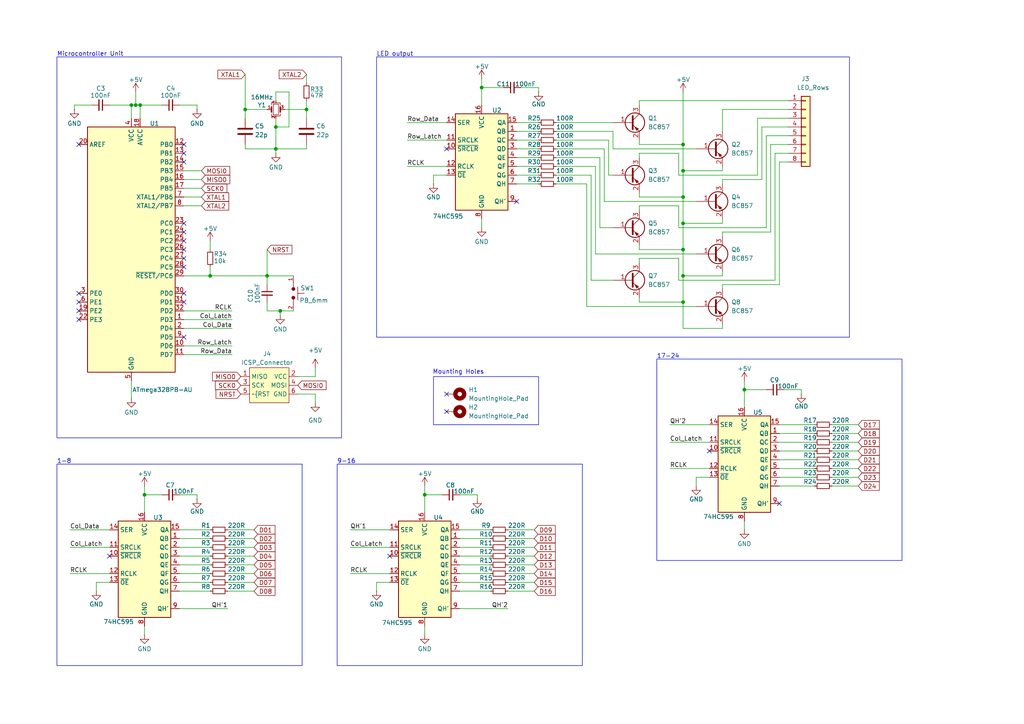
<source format=kicad_sch>
(kicad_sch (version 20231120) (generator "eeschema") (generator_version "8.0")
  (paper "A4")
  (title_block (title "LED Array with Atmega328PB") (date "2024-04-16") (rev "2.1") (company "Pyae Sone Heine") (comment 1 "Upgrade from THT to SMD"))
  (lib_symbols
    (symbol "+5V_1" (power) (pin_numbers hide) (pin_names (offset 0) hide)
      (property "Value" "+5V" (at 0 3.556 0))
      (symbol "+5V_1_1_1"
        (pin power_in line (at 0 0 90) (length 0) (name "~") (number "1"))
      )
    )
    (symbol "74xx:74HC595"
      (property "Reference" "U" (at -7.62 13.97 0))
      (property "Value" "74HC595" (at -7.62 -16.51 0))
      (symbol "74HC595_1_0"
        (pin tri_state line (at 10.16 7.62 180) (length 2.54) (name "QB") (number "1"))
        (pin input line (at -10.16 2.54 0) (length 2.54) (name "~{SRCLR}") (number "10"))
        (pin input line (at -10.16 5.08 0) (length 2.54) (name "SRCLK") (number "11"))
        (pin input line (at -10.16 -2.54 0) (length 2.54) (name "RCLK") (number "12"))
        (pin input line (at -10.16 -5.08 0) (length 2.54) (name "~{OE}") (number "13"))
        (pin input line (at -10.16 10.16 0) (length 2.54) (name "SER") (number "14"))
        (pin tri_state line (at 10.16 10.16 180) (length 2.54) (name "QA") (number "15"))
        (pin power_in line (at 0 15.24 270) (length 2.54) (name "VCC") (number "16"))
        (pin tri_state line (at 10.16 5.08 180) (length 2.54) (name "QC") (number "2"))
        (pin tri_state line (at 10.16 2.54 180) (length 2.54) (name "QD") (number "3"))
        (pin tri_state line (at 10.16 0 180) (length 2.54) (name "QE") (number "4"))
        (pin tri_state line (at 10.16 -2.54 180) (length 2.54) (name "QF") (number "5"))
        (pin tri_state line (at 10.16 -5.08 180) (length 2.54) (name "QG") (number "6"))
        (pin tri_state line (at 10.16 -7.62 180) (length 2.54) (name "QH") (number "7"))
        (pin power_in line (at 0 -17.78 90) (length 2.54) (name "GND") (number "8"))
        (pin output line (at 10.16 -12.7 180) (length 2.54) (name "QH'") (number "9"))
      )
    )
    (symbol "Connector_Generic:Conn_01x08" (pin_names (offset 1.016) hide)
      (property "Reference" "J" (at 0 10.16 0))
      (property "Value" "Conn_01x08" (at 0 -12.7 0))
      (symbol "Conn_01x08_1_1"
        (pin passive line (at -5.08 7.62 0) (length 3.81) (name "Pin_1") (number "1"))
        (pin passive line (at -5.08 5.08 0) (length 3.81) (name "Pin_2") (number "2"))
        (pin passive line (at -5.08 2.54 0) (length 3.81) (name "Pin_3") (number "3"))
        (pin passive line (at -5.08 0 0) (length 3.81) (name "Pin_4") (number "4"))
        (pin passive line (at -5.08 -2.54 0) (length 3.81) (name "Pin_5") (number "5"))
        (pin passive line (at -5.08 -5.08 0) (length 3.81) (name "Pin_6") (number "6"))
        (pin passive line (at -5.08 -7.62 0) (length 3.81) (name "Pin_7") (number "7"))
        (pin passive line (at -5.08 -10.16 0) (length 3.81) (name "Pin_8") (number "8"))
      )
    )
    (symbol "Device:C" (pin_numbers hide) (pin_names (offset 0.254))
      (property "Reference" "C" (at 0.635 2.54 0))
      (property "Value" "C" (at 0.635 -2.54 0))
      (symbol "C_1_1"
        (pin passive line (at 0 3.81 270) (length 2.794) (name "~") (number "1"))
        (pin passive line (at 0 -3.81 90) (length 2.794) (name "~") (number "2"))
      )
    )
    (symbol "Device:C_Small" (pin_numbers hide) (pin_names (offset 0.254) hide)
      (property "Reference" "C" (at 0.254 1.778 0))
      (property "Value" "C_Small" (at 0.254 -2.032 0))
      (symbol "C_Small_1_1"
        (pin passive line (at 0 2.54 270) (length 2.032) (name "~") (number "1"))
        (pin passive line (at 0 -2.54 90) (length 2.032) (name "~") (number "2"))
      )
    )
    (symbol "Device:Crystal_GND24_Small" (pin_names (offset 1.016) hide)
      (property "Reference" "Y" (at 1.27 4.445 0))
      (property "Value" "Crystal_GND24_Small" (at 1.27 2.54 0))
      (symbol "Crystal_GND24_Small_1_1"
        (pin passive line (at -2.54 0 0) (length 1.27) (name "1") (number "1"))
        (pin passive line (at 0 -2.54 90) (length 0.635) (name "2") (number "2"))
        (pin passive line (at 2.54 0 180) (length 1.27) (name "3") (number "3"))
        (pin passive line (at 0 2.54 270) (length 0.635) (name "4") (number "4"))
      )
    )
    (symbol "Device:R_Small" (pin_numbers hide) (pin_names (offset 0.254) hide)
      (property "Reference" "R" (at 0.762 0.508 0))
      (property "Value" "R_Small" (at 0.762 -1.016 0))
      (symbol "R_Small_1_1"
        (pin passive line (at 0 2.54 270) (length 0.762) (name "~") (number "1"))
        (pin passive line (at 0 -2.54 90) (length 0.762) (name "~") (number "2"))
      )
    )
    (symbol "MCU_Microchip_ATmega:ATmega328PB-A"
      (property "Reference" "U" (at -12.7 36.83 0))
      (property "Value" "ATmega328PB-A" (at 2.54 -36.83 0))
      (symbol "ATmega328PB-A_1_1"
        (pin bidirectional line (at 15.24 -20.32 180) (length 2.54) (name "PD3") (number "1"))
        (pin bidirectional line (at 15.24 -27.94 180) (length 2.54) (name "PD6") (number "10"))
        (pin bidirectional line (at 15.24 -30.48 180) (length 2.54) (name "PD7") (number "11"))
        (pin bidirectional line (at 15.24 30.48 180) (length 2.54) (name "PB0") (number "12"))
        (pin bidirectional line (at 15.24 27.94 180) (length 2.54) (name "PB1") (number "13"))
        (pin bidirectional line (at 15.24 25.4 180) (length 2.54) (name "PB2") (number "14"))
        (pin bidirectional line (at 15.24 22.86 180) (length 2.54) (name "PB3") (number "15"))
        (pin bidirectional line (at 15.24 20.32 180) (length 2.54) (name "PB4") (number "16"))
        (pin bidirectional line (at 15.24 17.78 180) (length 2.54) (name "PB5") (number "17"))
        (pin power_in line (at 2.54 38.1 270) (length 2.54) (name "AVCC") (number "18"))
        (pin bidirectional line (at -15.24 -17.78 0) (length 2.54) (name "PE2") (number "19"))
        (pin bidirectional line (at 15.24 -22.86 180) (length 2.54) (name "PD4") (number "2"))
        (pin passive line (at -15.24 30.48 0) (length 2.54) (name "AREF") (number "20"))
        (pin passive line (at 0 -38.1 90) (length 2.54) hide (name "GND") (number "21"))
        (pin bidirectional line (at -15.24 -20.32 0) (length 2.54) (name "PE3") (number "22"))
        (pin bidirectional line (at 15.24 7.62 180) (length 2.54) (name "PC0") (number "23"))
        (pin bidirectional line (at 15.24 5.08 180) (length 2.54) (name "PC1") (number "24"))
        (pin bidirectional line (at 15.24 2.54 180) (length 2.54) (name "PC2") (number "25"))
        (pin bidirectional line (at 15.24 0 180) (length 2.54) (name "PC3") (number "26"))
        (pin bidirectional line (at 15.24 -2.54 180) (length 2.54) (name "PC4") (number "27"))
        (pin bidirectional line (at 15.24 -5.08 180) (length 2.54) (name "PC5") (number "28"))
        (pin bidirectional line (at 15.24 -7.62 180) (length 2.54) (name "~{RESET}/PC6") (number "29"))
        (pin bidirectional line (at -15.24 -12.7 0) (length 2.54) (name "PE0") (number "3"))
        (pin bidirectional line (at 15.24 -12.7 180) (length 2.54) (name "PD0") (number "30"))
        (pin bidirectional line (at 15.24 -15.24 180) (length 2.54) (name "PD1") (number "31"))
        (pin bidirectional line (at 15.24 -17.78 180) (length 2.54) (name "PD2") (number "32"))
        (pin power_in line (at 0 38.1 270) (length 2.54) (name "VCC") (number "4"))
        (pin power_in line (at 0 -38.1 90) (length 2.54) (name "GND") (number "5"))
        (pin bidirectional line (at -15.24 -15.24 0) (length 2.54) (name "PE1") (number "6"))
        (pin bidirectional line (at 15.24 15.24 180) (length 2.54) (name "XTAL1/PB6") (number "7"))
        (pin bidirectional line (at 15.24 12.7 180) (length 2.54) (name "XTAL2/PB7") (number "8"))
        (pin bidirectional line (at 15.24 -25.4 180) (length 2.54) (name "PD5") (number "9"))
      )
    )
    (symbol "Mechanical:MountingHole_Pad" (pin_numbers hide) (pin_names (offset 1.016) hide)
      (property "Reference" "H" (at 0 6.35 0))
      (property "Value" "MountingHole_Pad" (at 0 4.445 0))
      (symbol "MountingHole_Pad_1_1"
        (pin input line (at 0 -2.54 90) (length 2.54) (name "1") (number "1"))
      )
    )
    (symbol "PCM_SL_Connectors:ICSP_Connector"
      (property "Reference" "J" (at 0 8.89 0))
      (property "Value" "ICSP_Connector" (at 0 6.35 0))
      (symbol "ICSP_Connector_1_1"
        (pin bidirectional line (at -7.62 2.54 0) (length 2.54) (name "MISO") (number "1"))
        (pin power_in line (at 8.89 2.54 180) (length 2.54) (name "VCC") (number "2"))
        (pin input line (at -7.62 0 0) (length 2.54) (name "SCK") (number "3"))
        (pin bidirectional line (at 8.89 0 180) (length 2.54) (name "MOSI") (number "4"))
        (pin input line (at -7.62 -2.54 0) (length 2.54) (name "~{RST") (number "5"))
        (pin power_in line (at 8.89 -2.54 180) (length 2.54) (name "GND") (number "6"))
      )
    )
    (symbol "PCM_SL_Devices:Push_Button"
      (property "Reference" "SW" (at 0 6.35 0))
      (property "Value" "Push_Button" (at 0 4.445 0))
      (symbol "Push_Button_1_1"
        (pin passive line (at -5.08 0 0) (length 2) (name "") (number "1"))
        (pin passive line (at 5.08 0 180) (length 2) (name "") (number "2"))
      )
    )
    (symbol "Transistor_BJT:BC857" (pin_names (offset 0) hide)
      (property "Reference" "Q" (at 5.08 1.905 0))
      (property "Value" "BC857" (at 5.08 0 0))
      (symbol "BC857_1_1"
        (pin input line (at -5.08 0 0) (length 5.715) (name "B") (number "1"))
        (pin passive line (at 2.54 -5.08 90) (length 2.54) (name "E") (number "2"))
        (pin passive line (at 2.54 5.08 270) (length 2.54) (name "C") (number "3"))
      )
    )
    (symbol "power:+5V" (power) (pin_numbers hide) (pin_names (offset 0) hide)
      (property "Value" "+5V" (at 0 3.556 0))
      (symbol "+5V_1_1"
        (pin power_in line (at 0 0 90) (length 0) (name "~") (number "1"))
      )
    )
    (symbol "power:GND" (power) (pin_numbers hide) (pin_names (offset 0) hide)
      (property "Value" "GND" (at 0 -3.81 0))
      (symbol "GND_1_1"
        (pin power_in line (at 0 0 270) (length 0) (name "~") (number "1"))
      )
    )
  )
  (junction (at 40.64 30.48))
  (junction (at 81.28 90.17))
  (junction (at 77.47 80.01))
  (junction (at 123.19 143.51))
  (junction (at 41.91 143.51))
  (junction (at 39.37 30.48))
  (junction (at 198.12 80.01))
  (junction (at 215.9 113.03))
  (junction (at 198.12 41.91))
  (junction (at 139.7 25.4))
  (junction (at 80.01 36.83))
  (junction (at 80.01 43.18))
  (junction (at 88.9 31.75))
  (junction (at 38.1 30.48))
  (junction (at 71.12 31.75))
  (junction (at 198.12 49.53))
  (junction (at 198.12 64.77))
  (junction (at 198.12 57.15))
  (junction (at 198.12 87.63))
  (junction (at 60.96 80.01))
  (junction (at 198.12 72.39))
  (no_connect (at 53.34 41.91))
  (no_connect (at 53.34 46.99))
  (no_connect (at 149.86 58.42))
  (no_connect (at 22.86 92.71))
  (no_connect (at 22.86 41.91))
  (no_connect (at 53.34 64.77))
  (no_connect (at 53.34 74.93))
  (no_connect (at 129.54 114.3))
  (no_connect (at 53.34 67.31))
  (no_connect (at 129.54 43.18))
  (no_connect (at 53.34 77.47))
  (no_connect (at 22.86 87.63))
  (no_connect (at 113.03 161.29))
  (no_connect (at 205.74 130.81))
  (no_connect (at 129.54 119.38))
  (no_connect (at 53.34 44.45))
  (no_connect (at 22.86 85.09))
  (no_connect (at 53.34 69.85))
  (no_connect (at 53.34 85.09))
  (no_connect (at 22.86 90.17))
  (no_connect (at 53.34 97.79))
  (no_connect (at 53.34 87.63))
  (no_connect (at 226.06 146.05))
  (no_connect (at 53.34 72.39))
  (no_connect (at 31.75 161.29))
  (wire (pts (xy 147.32 168.91) (xy 154.94 168.91)))
  (wire (pts (xy 52.07 163.83) (xy 60.96 163.83)))
  (wire (pts (xy 77.47 90.17) (xy 81.28 90.17)))
  (wire (pts (xy 185.42 55.88) (xy 185.42 57.15)))
  (wire (pts (xy 149.86 35.56) (xy 156.21 35.56)))
  (wire (pts (xy 149.86 48.26) (xy 156.21 48.26)))
  (wire (pts (xy 185.42 30.48) (xy 185.42 29.21)))
  (wire (pts (xy 88.9 31.75) (xy 88.9 34.29)))
  (wire (pts (xy 185.42 60.96) (xy 185.42 59.69)))
  (wire (pts (xy 129.54 50.8) (xy 125.73 50.8)))
  (wire (pts (xy 219.71 50.8) (xy 219.71 34.29)))
  (wire (pts (xy 215.9 110.49) (xy 215.9 113.03)))
  (wire (pts (xy 133.35 176.53) (xy 147.32 176.53)))
  (wire (pts (xy 156.21 25.4) (xy 151.13 25.4)))
  (wire (pts (xy 226.06 123.19) (xy 236.22 123.19)))
  (wire (pts (xy 52.07 158.75) (xy 60.96 158.75)))
  (wire (pts (xy 81.28 90.17) (xy 81.28 91.44)))
  (wire (pts (xy 147.32 163.83) (xy 154.94 163.83)))
  (wire (pts (xy 52.07 166.37) (xy 60.96 166.37)))
  (wire (pts (xy 161.29 48.26) (xy 172.72 48.26)))
  (wire (pts (xy 71.12 41.91) (xy 71.12 43.18)))
  (wire (pts (xy 222.25 66.04) (xy 222.25 39.37)))
  (wire (pts (xy 133.35 166.37) (xy 142.24 166.37)))
  (wire (pts (xy 80.01 34.29) (xy 80.01 36.83)))
  (wire (pts (xy 241.3 123.19) (xy 248.92 123.19)))
  (wire (pts (xy 52.07 30.48) (xy 57.15 30.48)))
  (wire (pts (xy 66.04 163.83) (xy 73.66 163.83)))
  (wire (pts (xy 133.35 153.67) (xy 142.24 153.67)))
  (wire (pts (xy 53.34 52.07) (xy 58.42 52.07)))
  (wire (pts (xy 196.85 59.69) (xy 196.85 66.04)))
  (wire (pts (xy 83.82 36.83) (xy 80.01 36.83)))
  (wire (pts (xy 86.36 114.3) (xy 91.44 114.3)))
  (wire (pts (xy 194.31 128.27) (xy 205.74 128.27)))
  (wire (pts (xy 57.15 143.51) (xy 57.15 144.78)))
  (wire (pts (xy 175.26 58.42) (xy 175.26 43.18)))
  (wire (pts (xy 149.86 40.64) (xy 156.21 40.64)))
  (wire (pts (xy 172.72 73.66) (xy 172.72 48.26)))
  (wire (pts (xy 39.37 30.48) (xy 40.64 30.48)))
  (wire (pts (xy 41.91 143.51) (xy 41.91 148.59)))
  (wire (pts (xy 113.03 168.91) (xy 109.22 168.91)))
  (wire (pts (xy 81.28 90.17) (xy 85.09 90.17)))
  (wire (pts (xy 88.9 21.59) (xy 88.9 24.13)))
  (wire (pts (xy 185.42 44.45) (xy 196.85 44.45)))
  (wire (pts (xy 83.82 26.67) (xy 83.82 36.83)))
  (wire (pts (xy 109.22 168.91) (xy 109.22 171.45)))
  (wire (pts (xy 133.35 158.75) (xy 142.24 158.75)))
  (wire (pts (xy 53.34 92.71) (xy 67.31 92.71)))
  (wire (pts (xy 185.42 57.15) (xy 198.12 57.15)))
  (wire (pts (xy 198.12 64.77) (xy 209.55 64.77)))
  (wire (pts (xy 139.7 63.5) (xy 139.7 66.04)))
  (wire (pts (xy 198.12 80.01) (xy 209.55 80.01)))
  (wire (pts (xy 66.04 166.37) (xy 73.66 166.37)))
  (wire (pts (xy 139.7 22.86) (xy 139.7 25.4)))
  (wire (pts (xy 209.55 67.31) (xy 223.52 67.31)))
  (wire (pts (xy 52.07 161.29) (xy 60.96 161.29)))
  (wire (pts (xy 161.29 53.34) (xy 170.18 53.34)))
  (wire (pts (xy 185.42 87.63) (xy 198.12 87.63)))
  (wire (pts (xy 66.04 161.29) (xy 73.66 161.29)))
  (wire (pts (xy 177.8 38.1) (xy 177.8 43.18)))
  (wire (pts (xy 80.01 43.18) (xy 88.9 43.18)))
  (wire (pts (xy 161.29 38.1) (xy 177.8 38.1)))
  (wire (pts (xy 227.33 113.03) (xy 232.41 113.03)))
  (wire (pts (xy 80.01 26.67) (xy 83.82 26.67)))
  (wire (pts (xy 224.79 44.45) (xy 228.6 44.45)))
  (wire (pts (xy 241.3 128.27) (xy 248.92 128.27)))
  (wire (pts (xy 53.34 80.01) (xy 60.96 80.01)))
  (wire (pts (xy 60.96 69.85) (xy 60.96 72.39)))
  (wire (pts (xy 209.55 78.74) (xy 209.55 80.01)))
  (wire (pts (xy 39.37 26.67) (xy 39.37 30.48)))
  (wire (pts (xy 177.8 43.18) (xy 201.93 43.18)))
  (wire (pts (xy 80.01 36.83) (xy 80.01 43.18)))
  (wire (pts (xy 209.55 53.34) (xy 209.55 52.07)))
  (wire (pts (xy 177.8 50.8) (xy 176.53 50.8)))
  (wire (pts (xy 27.94 168.91) (xy 27.94 171.45)))
  (wire (pts (xy 241.3 135.89) (xy 248.92 135.89)))
  (wire (pts (xy 226.06 82.55) (xy 226.06 46.99)))
  (wire (pts (xy 53.34 49.53) (xy 58.42 49.53)))
  (wire (pts (xy 170.18 88.9) (xy 170.18 53.34)))
  (wire (pts (xy 133.35 161.29) (xy 142.24 161.29)))
  (wire (pts (xy 209.55 31.75) (xy 209.55 38.1)))
  (wire (pts (xy 241.3 125.73) (xy 248.92 125.73)))
  (wire (pts (xy 71.12 31.75) (xy 71.12 34.29)))
  (wire (pts (xy 241.3 133.35) (xy 248.92 133.35)))
  (wire (pts (xy 209.55 83.82) (xy 209.55 82.55)))
  (wire (pts (xy 185.42 29.21) (xy 228.6 29.21)))
  (wire (pts (xy 26.67 30.48) (xy 21.59 30.48)))
  (wire (pts (xy 209.55 82.55) (xy 226.06 82.55)))
  (wire (pts (xy 185.42 71.12) (xy 185.42 72.39)))
  (wire (pts (xy 226.06 133.35) (xy 236.22 133.35)))
  (wire (pts (xy 223.52 41.91) (xy 228.6 41.91)))
  (wire (pts (xy 41.91 181.61) (xy 41.91 184.15)))
  (wire (pts (xy 171.45 50.8) (xy 171.45 81.28)))
  (wire (pts (xy 147.32 161.29) (xy 154.94 161.29)))
  (wire (pts (xy 198.12 80.01) (xy 198.12 87.63)))
  (wire (pts (xy 226.06 128.27) (xy 236.22 128.27)))
  (wire (pts (xy 128.27 143.51) (xy 123.19 143.51)))
  (wire (pts (xy 38.1 110.49) (xy 38.1 115.57)))
  (wire (pts (xy 91.44 106.68) (xy 91.44 109.22)))
  (wire (pts (xy 220.98 36.83) (xy 228.6 36.83)))
  (wire (pts (xy 222.25 113.03) (xy 215.9 113.03)))
  (wire (pts (xy 46.99 143.51) (xy 41.91 143.51)))
  (wire (pts (xy 147.32 153.67) (xy 154.94 153.67)))
  (wire (pts (xy 139.7 25.4) (xy 139.7 30.48)))
  (wire (pts (xy 177.8 66.04) (xy 173.99 66.04)))
  (wire (pts (xy 196.85 66.04) (xy 222.25 66.04)))
  (wire (pts (xy 133.35 156.21) (xy 142.24 156.21)))
  (wire (pts (xy 220.98 52.07) (xy 220.98 36.83)))
  (wire (pts (xy 88.9 41.91) (xy 88.9 43.18)))
  (wire (pts (xy 241.3 130.81) (xy 248.92 130.81)))
  (wire (pts (xy 209.55 93.98) (xy 209.55 95.25)))
  (wire (pts (xy 133.35 168.91) (xy 142.24 168.91)))
  (wire (pts (xy 176.53 50.8) (xy 176.53 40.64)))
  (wire (pts (xy 53.34 102.87) (xy 67.31 102.87)))
  (wire (pts (xy 219.71 34.29) (xy 228.6 34.29)))
  (wire (pts (xy 241.3 138.43) (xy 248.92 138.43)))
  (wire (pts (xy 113.03 153.67) (xy 101.6 153.67)))
  (wire (pts (xy 226.06 138.43) (xy 236.22 138.43)))
  (wire (pts (xy 66.04 168.91) (xy 73.66 168.91)))
  (wire (pts (xy 201.93 73.66) (xy 172.72 73.66)))
  (wire (pts (xy 31.75 168.91) (xy 27.94 168.91)))
  (wire (pts (xy 198.12 64.77) (xy 198.12 72.39)))
  (wire (pts (xy 20.32 153.67) (xy 31.75 153.67)))
  (wire (pts (xy 66.04 153.67) (xy 73.66 153.67)))
  (wire (pts (xy 123.19 140.97) (xy 123.19 143.51)))
  (wire (pts (xy 52.07 176.53) (xy 66.04 176.53)))
  (wire (pts (xy 53.34 100.33) (xy 67.31 100.33)))
  (wire (pts (xy 201.93 138.43) (xy 201.93 140.97)))
  (wire (pts (xy 149.86 53.34) (xy 156.21 53.34)))
  (wire (pts (xy 91.44 109.22) (xy 86.36 109.22)))
  (wire (pts (xy 161.29 40.64) (xy 176.53 40.64)))
  (wire (pts (xy 38.1 34.29) (xy 38.1 30.48)))
  (wire (pts (xy 133.35 163.83) (xy 142.24 163.83)))
  (wire (pts (xy 196.85 81.28) (xy 224.79 81.28)))
  (wire (pts (xy 149.86 50.8) (xy 156.21 50.8)))
  (wire (pts (xy 241.3 140.97) (xy 248.92 140.97)))
  (wire (pts (xy 209.55 48.26) (xy 209.55 49.53)))
  (wire (pts (xy 38.1 30.48) (xy 39.37 30.48)))
  (wire (pts (xy 53.34 95.25) (xy 67.31 95.25)))
  (wire (pts (xy 77.47 72.39) (xy 77.47 80.01)))
  (wire (pts (xy 232.41 113.03) (xy 232.41 114.3)))
  (wire (pts (xy 71.12 31.75) (xy 77.47 31.75)))
  (wire (pts (xy 185.42 86.36) (xy 185.42 87.63)))
  (wire (pts (xy 66.04 171.45) (xy 73.66 171.45)))
  (wire (pts (xy 147.32 171.45) (xy 154.94 171.45)))
  (wire (pts (xy 209.55 31.75) (xy 228.6 31.75)))
  (wire (pts (xy 161.29 35.56) (xy 177.8 35.56)))
  (wire (pts (xy 198.12 49.53) (xy 198.12 57.15)))
  (wire (pts (xy 118.11 48.26) (xy 129.54 48.26)))
  (wire (pts (xy 198.12 26.67) (xy 198.12 41.91)))
  (wire (pts (xy 71.12 31.75) (xy 71.12 21.59)))
  (wire (pts (xy 226.06 125.73) (xy 236.22 125.73)))
  (wire (pts (xy 185.42 72.39) (xy 198.12 72.39)))
  (wire (pts (xy 60.96 80.01) (xy 77.47 80.01)))
  (wire (pts (xy 205.74 123.19) (xy 194.31 123.19)))
  (wire (pts (xy 209.55 68.58) (xy 209.55 67.31)))
  (wire (pts (xy 52.07 168.91) (xy 60.96 168.91)))
  (wire (pts (xy 147.32 156.21) (xy 154.94 156.21)))
  (wire (pts (xy 133.35 143.51) (xy 138.43 143.51)))
  (wire (pts (xy 66.04 156.21) (xy 73.66 156.21)))
  (wire (pts (xy 149.86 43.18) (xy 156.21 43.18)))
  (wire (pts (xy 101.6 166.37) (xy 113.03 166.37)))
  (wire (pts (xy 138.43 143.51) (xy 138.43 144.78)))
  (wire (pts (xy 147.32 158.75) (xy 154.94 158.75)))
  (wire (pts (xy 53.34 90.17) (xy 67.31 90.17)))
  (wire (pts (xy 149.86 38.1) (xy 156.21 38.1)))
  (wire (pts (xy 226.06 46.99) (xy 228.6 46.99)))
  (wire (pts (xy 196.85 44.45) (xy 196.85 50.8)))
  (wire (pts (xy 198.12 72.39) (xy 198.12 80.01)))
  (wire (pts (xy 31.75 30.48) (xy 38.1 30.48)))
  (wire (pts (xy 147.32 166.37) (xy 154.94 166.37)))
  (wire (pts (xy 177.8 81.28) (xy 171.45 81.28)))
  (wire (pts (xy 205.74 138.43) (xy 201.93 138.43)))
  (wire (pts (xy 118.11 35.56) (xy 129.54 35.56)))
  (wire (pts (xy 88.9 29.21) (xy 88.9 31.75)))
  (wire (pts (xy 91.44 114.3) (xy 91.44 116.84)))
  (wire (pts (xy 149.86 45.72) (xy 156.21 45.72)))
  (wire (pts (xy 196.85 74.93) (xy 196.85 81.28)))
  (wire (pts (xy 52.07 156.21) (xy 60.96 156.21)))
  (wire (pts (xy 185.42 41.91) (xy 198.12 41.91)))
  (wire (pts (xy 185.42 74.93) (xy 196.85 74.93)))
  (wire (pts (xy 209.55 49.53) (xy 198.12 49.53)))
  (wire (pts (xy 40.64 30.48) (xy 40.64 34.29)))
  (wire (pts (xy 146.05 25.4) (xy 139.7 25.4)))
  (wire (pts (xy 173.99 45.72) (xy 161.29 45.72)))
  (wire (pts (xy 53.34 59.69) (xy 58.42 59.69)))
  (wire (pts (xy 226.06 135.89) (xy 236.22 135.89)))
  (wire (pts (xy 80.01 43.18) (xy 80.01 44.45)))
  (wire (pts (xy 57.15 30.48) (xy 57.15 31.75)))
  (wire (pts (xy 77.47 87.63) (xy 77.47 90.17)))
  (wire (pts (xy 71.12 43.18) (xy 80.01 43.18)))
  (wire (pts (xy 222.25 39.37) (xy 228.6 39.37)))
  (wire (pts (xy 101.6 158.75) (xy 113.03 158.75)))
  (wire (pts (xy 77.47 80.01) (xy 77.47 82.55)))
  (wire (pts (xy 21.59 30.48) (xy 21.59 31.75)))
  (wire (pts (xy 185.42 45.72) (xy 185.42 44.45)))
  (wire (pts (xy 66.04 158.75) (xy 73.66 158.75)))
  (wire (pts (xy 198.12 57.15) (xy 198.12 64.77)))
  (wire (pts (xy 77.47 80.01) (xy 85.09 80.01)))
  (wire (pts (xy 215.9 113.03) (xy 215.9 118.11)))
  (wire (pts (xy 223.52 67.31) (xy 223.52 41.91)))
  (wire (pts (xy 185.42 40.64) (xy 185.42 41.91)))
  (wire (pts (xy 196.85 50.8) (xy 219.71 50.8)))
  (wire (pts (xy 88.9 31.75) (xy 82.55 31.75)))
  (wire (pts (xy 198.12 87.63) (xy 198.12 95.25)))
  (wire (pts (xy 201.93 88.9) (xy 170.18 88.9)))
  (wire (pts (xy 52.07 171.45) (xy 60.96 171.45)))
  (wire (pts (xy 185.42 76.2) (xy 185.42 74.93)))
  (wire (pts (xy 226.06 130.81) (xy 236.22 130.81)))
  (wire (pts (xy 161.29 50.8) (xy 171.45 50.8)))
  (wire (pts (xy 60.96 80.01) (xy 60.96 77.47)))
  (wire (pts (xy 20.32 158.75) (xy 31.75 158.75)))
  (wire (pts (xy 209.55 52.07) (xy 220.98 52.07)))
  (wire (pts (xy 123.19 143.51) (xy 123.19 148.59)))
  (wire (pts (xy 194.31 135.89) (xy 205.74 135.89)))
  (wire (pts (xy 20.32 166.37) (xy 31.75 166.37)))
  (wire (pts (xy 198.12 41.91) (xy 198.12 49.53)))
  (wire (pts (xy 52.07 143.51) (xy 57.15 143.51)))
  (wire (pts (xy 125.73 50.8) (xy 125.73 53.34)))
  (wire (pts (xy 52.07 153.67) (xy 60.96 153.67)))
  (wire (pts (xy 118.11 40.64) (xy 129.54 40.64)))
  (wire (pts (xy 123.19 181.61) (xy 123.19 184.15)))
  (wire (pts (xy 53.34 57.15) (xy 58.42 57.15)))
  (wire (pts (xy 161.29 43.18) (xy 175.26 43.18)))
  (wire (pts (xy 133.35 171.45) (xy 142.24 171.45)))
  (wire (pts (xy 53.34 54.61) (xy 58.42 54.61)))
  (wire (pts (xy 40.64 30.48) (xy 46.99 30.48)))
  (wire (pts (xy 215.9 151.13) (xy 215.9 153.67)))
  (wire (pts (xy 209.55 63.5) (xy 209.55 64.77)))
  (wire (pts (xy 80.01 29.21) (xy 80.01 26.67)))
  (wire (pts (xy 224.79 81.28) (xy 224.79 44.45)))
  (wire (pts (xy 201.93 58.42) (xy 175.26 58.42)))
  (wire (pts (xy 226.06 140.97) (xy 236.22 140.97)))
  (wire (pts (xy 156.21 25.4) (xy 156.21 26.67)))
  (wire (pts (xy 209.55 95.25) (xy 198.12 95.25)))
  (wire (pts (xy 41.91 140.97) (xy 41.91 143.51)))
  (wire (pts (xy 185.42 59.69) (xy 196.85 59.69)))
  (wire (pts (xy 173.99 66.04) (xy 173.99 45.72)))
  (rectangle (start 125.73 109.22) (end 156.21 123.19))
  (rectangle (start 97.79 134.62) (end 168.91 193.04))
  (rectangle (start 16.51 16.51) (end 99.06 127))
  (rectangle (start 109.22 16.51) (end 246.38 97.79))
  (rectangle (start 16.51 134.62) (end 87.63 193.04))
  (rectangle (start 190.5 104.14) (end 261.62 162.56))
  (text "1-8" (at 16.51 134.62 0) (effects (font (size 1.27 1.27)) (justify left bottom)))
  (text "17-24" (at 190.5 104.14 0) (effects (font (size 1.27 1.27)) (justify left bottom)))
  (text "Mounting Holes" (at 125.476 108.712 0) (effects (font (size 1.27 1.27)) (justify left bottom)))
  (text "9-16" (at 97.79 134.62 0) (effects (font (size 1.27 1.27)) (justify left bottom)))
  (text "Microcontroller Unit" (at 16.51 16.51 0) (effects (font (size 1.27 1.27)) (justify left bottom)))
  (text "LED output" (at 109.22 16.51 0) (effects (font (size 1.27 1.27)) (justify left bottom)))
  (label "QH'2" (at 147.32 176.53 180))
  (label "QH'1" (at 101.6 153.67 0))
  (label "Col_Latch" (at 20.32 158.75 0))
  (label "Col_Data" (at 20.32 153.67 0))
  (label "Col_Latch" (at 194.31 128.27 0))
  (label "RCLK" (at 118.11 48.26 0))
  (label "Col_Data" (at 67.31 95.25 180))
  (label "RCLK" (at 67.31 90.17 180))
  (label "QH'2" (at 194.31 123.19 0))
  (label "Col_Latch" (at 67.31 92.71 180))
  (label "RCLK" (at 194.31 135.89 0))
  (label "Row_Data" (at 67.31 102.87 180))
  (label "RCLK" (at 20.32 166.37 0))
  (label "Row_Latch" (at 67.31 100.33 180))
  (label "Row_Data" (at 118.11 35.56 0))
  (label "Col_Latch" (at 101.6 158.75 0))
  (label "RCLK" (at 101.6 166.37 0))
  (label "Row_Latch" (at 118.11 40.64 0))
  (label "QH'1" (at 66.04 176.53 180))
  (global_label "MISO0" (shape input) (at 69.85 109.22 180) (property "Intersheetrefs" "${INTERSHEET_REFS}" (effects (hide yes))))
  (global_label "SCK0" (shape input) (at 69.85 111.76 180) (property "Intersheetrefs" "${INTERSHEET_REFS}" (effects (hide yes))))
  (global_label "MOSI0" (shape input) (at 58.42 49.53 0) (property "Intersheetrefs" "${INTERSHEET_REFS}" (effects (hide yes))))
  (global_label "D05" (shape input) (at 73.66 163.83 0) (property "Intersheetrefs" "${INTERSHEET_REFS}" (effects (hide yes))))
  (global_label "D03" (shape input) (at 73.66 158.75 0) (property "Intersheetrefs" "${INTERSHEET_REFS}" (effects (hide yes))))
  (global_label "D18" (shape input) (at 248.92 125.73 0) (property "Intersheetrefs" "${INTERSHEET_REFS}" (effects (hide yes))))
  (global_label "D07" (shape input) (at 73.66 168.91 0) (property "Intersheetrefs" "${INTERSHEET_REFS}" (effects (hide yes))))
  (global_label "D24" (shape input) (at 248.92 140.97 0) (property "Intersheetrefs" "${INTERSHEET_REFS}" (effects (hide yes))))
  (global_label "D08" (shape input) (at 73.66 171.45 0) (property "Intersheetrefs" "${INTERSHEET_REFS}" (effects (hide yes))))
  (global_label "XTAL2" (shape input) (at 88.9 21.59 180) (property "Intersheetrefs" "${INTERSHEET_REFS}" (effects (hide yes))))
  (global_label "D14" (shape input) (at 154.94 166.37 0) (property "Intersheetrefs" "${INTERSHEET_REFS}" (effects (hide yes))))
  (global_label "D02" (shape input) (at 73.66 156.21 0) (property "Intersheetrefs" "${INTERSHEET_REFS}" (effects (hide yes))))
  (global_label "XTAL2" (shape input) (at 58.42 59.69 0) (property "Intersheetrefs" "${INTERSHEET_REFS}" (effects (hide yes))))
  (global_label "D11" (shape input) (at 154.94 158.75 0) (property "Intersheetrefs" "${INTERSHEET_REFS}" (effects (hide yes))))
  (global_label "XTAL1" (shape input) (at 58.42 57.15 0) (property "Intersheetrefs" "${INTERSHEET_REFS}" (effects (hide yes))))
  (global_label "D17" (shape input) (at 248.92 123.19 0) (property "Intersheetrefs" "${INTERSHEET_REFS}" (effects (hide yes))))
  (global_label "XTAL1" (shape input) (at 71.12 21.59 180) (property "Intersheetrefs" "${INTERSHEET_REFS}" (effects (hide yes))))
  (global_label "D12" (shape input) (at 154.94 161.29 0) (property "Intersheetrefs" "${INTERSHEET_REFS}" (effects (hide yes))))
  (global_label "D22" (shape input) (at 248.92 135.89 0) (property "Intersheetrefs" "${INTERSHEET_REFS}" (effects (hide yes))))
  (global_label "D23" (shape input) (at 248.92 138.43 0) (property "Intersheetrefs" "${INTERSHEET_REFS}" (effects (hide yes))))
  (global_label "D21" (shape input) (at 248.92 133.35 0) (property "Intersheetrefs" "${INTERSHEET_REFS}" (effects (hide yes))))
  (global_label "MISO0" (shape input) (at 58.42 52.07 0) (property "Intersheetrefs" "${INTERSHEET_REFS}" (effects (hide yes))))
  (global_label "NRST" (shape input) (at 69.85 114.3 180) (property "Intersheetrefs" "${INTERSHEET_REFS}" (effects (hide yes))))
  (global_label "D16" (shape input) (at 154.94 171.45 0) (property "Intersheetrefs" "${INTERSHEET_REFS}" (effects (hide yes))))
  (global_label "D19" (shape input) (at 248.92 128.27 0) (property "Intersheetrefs" "${INTERSHEET_REFS}" (effects (hide yes))))
  (global_label "MOSI0" (shape input) (at 86.36 111.76 0) (property "Intersheetrefs" "${INTERSHEET_REFS}" (effects (hide yes))))
  (global_label "NRST" (shape input) (at 77.47 72.39 0) (property "Intersheetrefs" "${INTERSHEET_REFS}" (effects (hide yes))))
  (global_label "D04" (shape input) (at 73.66 161.29 0) (property "Intersheetrefs" "${INTERSHEET_REFS}" (effects (hide yes))))
  (global_label "D20" (shape input) (at 248.92 130.81 0) (property "Intersheetrefs" "${INTERSHEET_REFS}" (effects (hide yes))))
  (global_label "D15" (shape input) (at 154.94 168.91 0) (property "Intersheetrefs" "${INTERSHEET_REFS}" (effects (hide yes))))
  (global_label "D10" (shape input) (at 154.94 156.21 0) (property "Intersheetrefs" "${INTERSHEET_REFS}" (effects (hide yes))))
  (global_label "D06" (shape input) (at 73.66 166.37 0) (property "Intersheetrefs" "${INTERSHEET_REFS}" (effects (hide yes))))
  (global_label "SCK0" (shape input) (at 58.42 54.61 0) (property "Intersheetrefs" "${INTERSHEET_REFS}" (effects (hide yes))))
  (global_label "D13" (shape input) (at 154.94 163.83 0) (property "Intersheetrefs" "${INTERSHEET_REFS}" (effects (hide yes))))
  (global_label "D09" (shape input) (at 154.94 153.67 0) (property "Intersheetrefs" "${INTERSHEET_REFS}" (effects (hide yes))))
  (global_label "D01" (shape input) (at 73.66 153.67 0) (property "Intersheetrefs" "${INTERSHEET_REFS}" (effects (hide yes))))
  (symbol (lib_id "Device:C_Small") (at 29.21 30.48 270) (mirror x) (unit 1)
    (property "Reference" "C3" (at 29.21 25.654 90))
    (property "Value" "100nF" (at 29.21 27.686 90))
    (property "Footprint" "Capacitor_SMD:C_0603_1608Metric" (effects (hide yes)))
    (property "Description" "Unpolarized capacitor, small symbol" (effects (hide yes)))
  )
  (symbol (lib_id "power:GND") (at 21.59 31.75 0) (mirror y) (unit 1)
    (property "Reference" "#PWR024" (effects (hide yes)))
    (property "Value" "GND" (at 21.59 35.814 0))
    (property "Description" "Power symbol creates a global label with name \"GND\" , ground" (effects (hide yes)))
  )
  (symbol (lib_id "Device:R_Small") (at 158.75 43.18 90) (unit 1)
    (property "Reference" "R28" (at 154.94 41.91 90))
    (property "Value" "100R" (at 163.83 41.91 90))
    (property "Footprint" "Resistor_SMD:R_0603_1608Metric" (effects (hide yes)))
  )
  (symbol (lib_id "Device:R_Small") (at 63.5 163.83 90) (unit 1)
    (property "Reference" "R5" (at 59.69 162.56 90))
    (property "Value" "220R" (at 68.58 162.56 90))
    (property "Footprint" "Resistor_SMD:R_0603_1608Metric" (effects (hide yes)))
  )
  (symbol (lib_id "power:GND") (at 41.91 184.15 0) (unit 1)
    (property "Reference" "#PWR019" (effects (hide yes)))
    (property "Value" "GND" (at 41.91 188.214 0))
    (property "Description" "Power symbol creates a global label with name \"GND\" , ground" (effects (hide yes)))
  )
  (symbol (lib_id "Device:R_Small") (at 144.78 158.75 90) (unit 1)
    (property "Reference" "R11" (at 140.97 157.48 90))
    (property "Value" "220R" (at 149.86 157.48 90))
    (property "Footprint" "Resistor_SMD:R_0603_1608Metric" (effects (hide yes)))
  )
  (symbol (lib_id "Mechanical:MountingHole_Pad") (at 132.08 119.38 270) (unit 1)
    (property "Reference" "H2" (at 135.89 118.11 90) (effects (justify left)))
    (property "Value" "MountingHole_Pad" (at 135.89 120.65 90) (effects (justify left)))
    (property "Footprint" "MountingHole:MountingHole_3.2mm_M3_Pad_Via" (effects (hide yes)))
  )
  (symbol (lib_id "Device:R_Small") (at 144.78 156.21 90) (unit 1)
    (property "Reference" "R10" (at 140.97 154.94 90))
    (property "Value" "220R" (at 149.86 154.94 90))
    (property "Footprint" "Resistor_SMD:R_0603_1608Metric" (effects (hide yes)))
  )
  (symbol (lib_id "Device:R_Small") (at 63.5 158.75 90) (unit 1)
    (property "Reference" "R3" (at 59.69 157.48 90))
    (property "Value" "220R" (at 68.58 157.48 90))
    (property "Footprint" "Resistor_SMD:R_0603_1608Metric" (effects (hide yes)))
  )
  (symbol (lib_id "Device:R_Small") (at 238.76 138.43 90) (unit 1)
    (property "Reference" "R23" (at 234.95 137.16 90))
    (property "Value" "220R" (at 243.84 137.16 90))
    (property "Footprint" "Resistor_SMD:R_0603_1608Metric" (effects (hide yes)))
  )
  (symbol (lib_id "Transistor_BJT:BC857") (at 207.01 58.42 0) (unit 1)
    (property "Reference" "Q4" (at 212.09 57.1499 0) (effects (justify left)))
    (property "Value" "BC857" (at 212.09 59.6899 0) (effects (justify left)))
    (property "Footprint" "Package_TO_SOT_SMD:SOT-23" (effects (hide yes)))
    (property "Datasheet" "https://www.onsemi.com/pub/Collateral/BC860-D.pdf" (effects (hide yes)))
    (property "Description" "0.1A Ic, 45V Vce, PNP Transistor, SOT-23" (effects (hide yes)))
  )
  (symbol (lib_id "Device:Crystal_GND24_Small") (at 80.01 31.75 0) (unit 1)
    (property "Reference" "Y1" (at 75.946 30.48 0))
    (property "Value" "16MHz" (at 75.946 28.194 0))
    (property "Footprint" "Crystal:Crystal_SMD_3225-4Pin_3.2x2.5mm" (effects (hide yes)))
    (property "Description" "Four pin crystal, GND on pins 2 and 4, small symbol" (effects (hide yes)))
  )
  (symbol (lib_id "power:GND") (at 123.19 184.15 0) (unit 1)
    (property "Reference" "#PWR020" (effects (hide yes)))
    (property "Value" "GND" (at 123.19 188.214 0))
    (property "Description" "Power symbol creates a global label with name \"GND\" , ground" (effects (hide yes)))
  )
  (symbol (lib_id "Transistor_BJT:BC857") (at 207.01 43.18 0) (unit 1)
    (property "Reference" "Q2" (at 212.09 41.9099 0) (effects (justify left)))
    (property "Value" "BC857" (at 212.09 44.4499 0) (effects (justify left)))
    (property "Footprint" "Package_TO_SOT_SMD:SOT-23" (effects (hide yes)))
    (property "Datasheet" "https://www.onsemi.com/pub/Collateral/BC860-D.pdf" (effects (hide yes)))
    (property "Description" "0.1A Ic, 45V Vce, PNP Transistor, SOT-23" (effects (hide yes)))
  )
  (symbol (lib_id "Device:C_Small") (at 148.59 25.4 90) (mirror x) (unit 1)
    (property "Reference" "C11" (at 144.018 24.384 90) (effects (justify right)))
    (property "Value" "100nF" (at 149.352 24.384 90) (effects (justify right)))
    (property "Footprint" "Capacitor_SMD:C_0603_1608Metric" (effects (hide yes)))
  )
  (symbol (lib_id "Device:R_Small") (at 238.76 135.89 90) (unit 1)
    (property "Reference" "R22" (at 234.95 134.62 90))
    (property "Value" "220R" (at 243.84 134.62 90))
    (property "Footprint" "Resistor_SMD:R_0603_1608Metric" (effects (hide yes)))
  )
  (symbol (lib_id "Device:R_Small") (at 144.78 171.45 90) (unit 1)
    (property "Reference" "R16" (at 140.97 170.18 90))
    (property "Value" "220R" (at 149.86 170.18 90))
    (property "Footprint" "Resistor_SMD:R_0603_1608Metric" (effects (hide yes)))
  )
  (symbol (lib_id "power:GND") (at 125.73 53.34 0) (unit 1)
    (property "Reference" "#PWR028" (effects (hide yes)))
    (property "Value" "GND" (at 125.73 57.15 0))
    (property "Description" "Power symbol creates a global label with name \"GND\" , ground" (effects (hide yes)))
  )
  (symbol (lib_id "power:GND") (at 80.01 44.45 0) (unit 1)
    (property "Reference" "#PWR08" (effects (hide yes)))
    (property "Value" "GND" (at 80.01 48.514 0))
    (property "Description" "Power symbol creates a global label with name \"GND\" , ground" (effects (hide yes)))
  )
  (symbol (lib_id "Device:R_Small") (at 88.9 26.67 0) (unit 1)
    (property "Reference" "R33" (at 89.916 25.908 0) (effects (justify left)))
    (property "Value" "47R" (at 89.916 27.686 0) (effects (justify left)))
    (property "Footprint" "Resistor_SMD:R_0603_1608Metric" (effects (hide yes)))
    (property "Description" "Resistor, small symbol" (effects (hide yes)))
  )
  (symbol (lib_id "Device:R_Small") (at 238.76 130.81 90) (unit 1)
    (property "Reference" "R20" (at 234.95 129.54 90))
    (property "Value" "220R" (at 243.84 129.54 90))
    (property "Footprint" "Resistor_SMD:R_0603_1608Metric" (effects (hide yes)))
  )
  (symbol (lib_id "Transistor_BJT:BC857") (at 182.88 35.56 0) (unit 1)
    (property "Reference" "Q1" (at 187.96 34.2899 0) (effects (justify left)))
    (property "Value" "BC857" (at 187.96 36.8299 0) (effects (justify left)))
    (property "Footprint" "Package_TO_SOT_SMD:SOT-23" (effects (hide yes)))
    (property "Datasheet" "https://www.onsemi.com/pub/Collateral/BC860-D.pdf" (effects (hide yes)))
    (property "Description" "0.1A Ic, 45V Vce, PNP Transistor, SOT-23" (effects (hide yes)))
  )
  (symbol (lib_id "power:GND") (at 109.22 171.45 0) (unit 1)
    (property "Reference" "#PWR026" (effects (hide yes)))
    (property "Value" "GND" (at 109.22 175.26 0))
    (property "Description" "Power symbol creates a global label with name \"GND\" , ground" (effects (hide yes)))
  )
  (symbol (lib_name "+5V_1") (lib_id "power:+5V") (at 139.7 22.86 0) (mirror y) (unit 1)
    (property "Reference" "#PWR01" (effects (hide yes)))
    (property "Value" "+5V" (at 139.7 19.304 0))
    (property "Description" "Power symbol creates a global label with name \"+5V\"" (effects (hide yes)))
  )
  (symbol (lib_id "power:GND") (at 201.93 140.97 0) (unit 1)
    (property "Reference" "#PWR027" (effects (hide yes)))
    (property "Value" "GND" (at 201.93 144.78 0))
    (property "Description" "Power symbol creates a global label with name \"GND\" , ground" (effects (hide yes)))
  )
  (symbol (lib_id "Device:R_Small") (at 158.75 50.8 90) (unit 1)
    (property "Reference" "R31" (at 154.94 49.53 90))
    (property "Value" "100R" (at 163.83 49.53 90))
    (property "Footprint" "Resistor_SMD:R_0603_1608Metric" (effects (hide yes)))
  )
  (symbol (lib_id "Device:R_Small") (at 63.5 166.37 90) (unit 1)
    (property "Reference" "R6" (at 59.69 165.1 90))
    (property "Value" "220R" (at 68.58 165.1 90))
    (property "Footprint" "Resistor_SMD:R_0603_1608Metric" (effects (hide yes)))
  )
  (symbol (lib_id "power:GND") (at 215.9 153.67 0) (unit 1)
    (property "Reference" "#PWR018" (effects (hide yes)))
    (property "Value" "GND" (at 215.9 157.734 0))
    (property "Description" "Power symbol creates a global label with name \"GND\" , ground" (effects (hide yes)))
  )
  (symbol (lib_id "Connector_Generic:Conn_01x08") (at 233.68 36.83 0) (unit 1)
    (property "Reference" "J3" (at 232.41 22.86 0) (effects (justify left)))
    (property "Value" "LED_Rows" (at 231.14 25.4 0) (effects (justify left)))
    (property "Footprint" "Connector_PinHeader_2.54mm:PinHeader_1x08_P2.54mm_Vertical" (effects (hide yes)))
  )
  (symbol (lib_id "Device:R_Small") (at 238.76 133.35 90) (unit 1)
    (property "Reference" "R21" (at 234.95 132.08 90))
    (property "Value" "220R" (at 243.84 132.08 90))
    (property "Footprint" "Resistor_SMD:R_0603_1608Metric" (effects (hide yes)))
  )
  (symbol (lib_id "power:GND") (at 38.1 115.57 0) (unit 1)
    (property "Reference" "#PWR011" (effects (hide yes)))
    (property "Value" "GND" (at 38.1 119.634 0))
    (property "Description" "Power symbol creates a global label with name \"GND\" , ground" (effects (hide yes)))
  )
  (symbol (lib_id "power:GND") (at 139.7 66.04 0) (unit 1)
    (property "Reference" "#PWR06" (effects (hide yes)))
    (property "Value" "GND" (at 139.7 70.104 0))
    (property "Description" "Power symbol creates a global label with name \"GND\" , ground" (effects (hide yes)))
  )
  (symbol (lib_id "Device:R_Small") (at 238.76 125.73 90) (unit 1)
    (property "Reference" "R18" (at 234.95 124.46 90))
    (property "Value" "220R" (at 243.84 124.46 90))
    (property "Footprint" "Resistor_SMD:R_0603_1608Metric" (effects (hide yes)))
  )
  (symbol (lib_id "Device:R_Small") (at 238.76 128.27 90) (unit 1)
    (property "Reference" "R19" (at 234.95 127 90))
    (property "Value" "220R" (at 243.84 127 90))
    (property "Footprint" "Resistor_SMD:R_0603_1608Metric" (effects (hide yes)))
  )
  (symbol (lib_name "+5V_1") (lib_id "power:+5V") (at 39.37 26.67 0) (unit 1)
    (property "Reference" "#PWR02" (effects (hide yes)))
    (property "Value" "+5V" (at 39.37 23.114 0))
    (property "Description" "Power symbol creates a global label with name \"+5V\"" (effects (hide yes)))
  )
  (symbol (lib_id "Device:C_Small") (at 224.79 113.03 90) (mirror x) (unit 1)
    (property "Reference" "C9" (at 223.266 110.236 90) (effects (justify right)))
    (property "Value" "100nF" (at 225.552 112.014 90) (effects (justify right)))
    (property "Footprint" "Capacitor_SMD:C_0603_1608Metric" (effects (hide yes)))
  )
  (symbol (lib_id "Device:R_Small") (at 238.76 123.19 90) (unit 1)
    (property "Reference" "R17" (at 234.95 121.92 90))
    (property "Value" "220R" (at 243.84 121.92 90))
    (property "Footprint" "Resistor_SMD:R_0603_1608Metric" (effects (hide yes)))
  )
  (symbol (lib_id "74xx:74HC595") (at 123.19 163.83 0) (unit 1)
    (property "Reference" "U4" (at 125.73 150.114 0) (effects (justify left)))
    (property "Value" "74HC595" (at 110.744 180.594 0) (effects (justify left)))
    (property "Footprint" "Package_SO:SOIC-16W_7.5x10.3mm_P1.27mm" (effects (hide yes)))
    (property "Datasheet" "http://www.ti.com/lit/ds/symlink/sn74hc595.pdf" (effects (hide yes)))
  )
  (symbol (lib_id "Device:R_Small") (at 158.75 48.26 90) (unit 1)
    (property "Reference" "R30" (at 154.94 46.99 90))
    (property "Value" "100R" (at 163.83 46.99 90))
    (property "Footprint" "Resistor_SMD:R_0603_1608Metric" (effects (hide yes)))
  )
  (symbol (lib_id "Device:C_Small") (at 49.53 30.48 90) (unit 1)
    (property "Reference" "C4" (at 49.53 25.654 90))
    (property "Value" "100nF" (at 49.53 27.686 90))
    (property "Footprint" "Capacitor_SMD:C_0603_1608Metric" (effects (hide yes)))
    (property "Description" "Unpolarized capacitor, small symbol" (effects (hide yes)))
  )
  (symbol (lib_id "Transistor_BJT:BC857") (at 182.88 50.8 0) (unit 1)
    (property "Reference" "Q3" (at 187.96 49.5299 0) (effects (justify left)))
    (property "Value" "BC857" (at 187.96 52.0699 0) (effects (justify left)))
    (property "Footprint" "Package_TO_SOT_SMD:SOT-23" (effects (hide yes)))
    (property "Datasheet" "https://www.onsemi.com/pub/Collateral/BC860-D.pdf" (effects (hide yes)))
    (property "Description" "0.1A Ic, 45V Vce, PNP Transistor, SOT-23" (effects (hide yes)))
  )
  (symbol (lib_id "PCM_SL_Connectors:ICSP_Connector") (at 77.47 111.76 0) (unit 1)
    (property "Reference" "J4" (at 77.47 102.616 0))
    (property "Value" "ICSP_Connector" (at 77.47 105.156 0))
    (property "Footprint" "Connector_PinHeader_2.54mm:PinHeader_2x03_P2.54mm_Vertical" (effects (hide yes)))
    (property "Description" " In-Circuit Serial Programming Pins" (effects (hide yes)))
  )
  (symbol (lib_id "Device:C_Small") (at 77.47 85.09 0) (unit 1)
    (property "Reference" "C10" (at 72.644 83.82 90) (effects (justify right)))
    (property "Value" "100nF" (at 74.676 82.042 90) (effects (justify right)))
    (property "Footprint" "Capacitor_SMD:C_0603_1608Metric" (effects (hide yes)))
  )
  (symbol (lib_id "Transistor_BJT:BC857") (at 182.88 66.04 0) (unit 1)
    (property "Reference" "Q5" (at 187.96 64.7699 0) (effects (justify left)))
    (property "Value" "BC857" (at 187.96 67.3099 0) (effects (justify left)))
    (property "Footprint" "Package_TO_SOT_SMD:SOT-23" (effects (hide yes)))
    (property "Datasheet" "https://www.onsemi.com/pub/Collateral/BC860-D.pdf" (effects (hide yes)))
    (property "Description" "0.1A Ic, 45V Vce, PNP Transistor, SOT-23" (effects (hide yes)))
  )
  (symbol (lib_id "power:GND") (at 57.15 31.75 0) (unit 1)
    (property "Reference" "#PWR05" (effects (hide yes)))
    (property "Value" "GND" (at 57.15 35.814 0))
    (property "Description" "Power symbol creates a global label with name \"GND\" , ground" (effects (hide yes)))
  )
  (symbol (lib_id "power:GND") (at 138.43 144.78 0) (mirror y) (unit 1)
    (property "Reference" "#PWR017" (effects (hide yes)))
    (property "Value" "GND" (at 138.43 148.336 0))
    (property "Description" "Power symbol creates a global label with name \"GND\" , ground" (effects (hide yes)))
  )
  (symbol (lib_id "Transistor_BJT:BC857") (at 207.01 88.9 0) (unit 1)
    (property "Reference" "Q8" (at 212.09 87.6299 0) (effects (justify left)))
    (property "Value" "BC857" (at 212.09 90.1699 0) (effects (justify left)))
    (property "Footprint" "Package_TO_SOT_SMD:SOT-23" (effects (hide yes)))
    (property "Datasheet" "https://www.onsemi.com/pub/Collateral/BC860-D.pdf" (effects (hide yes)))
    (property "Description" "0.1A Ic, 45V Vce, PNP Transistor, SOT-23" (effects (hide yes)))
  )
  (symbol (lib_id "Device:R_Small") (at 158.75 38.1 90) (unit 1)
    (property "Reference" "R26" (at 154.94 36.83 90))
    (property "Value" "100R" (at 163.83 36.83 90))
    (property "Footprint" "Resistor_SMD:R_0603_1608Metric" (effects (hide yes)))
  )
  (symbol (lib_id "Device:R_Small") (at 144.78 168.91 90) (unit 1)
    (property "Reference" "R15" (at 140.97 167.64 90))
    (property "Value" "220R" (at 149.86 167.64 90))
    (property "Footprint" "Resistor_SMD:R_0603_1608Metric" (effects (hide yes)))
  )
  (symbol (lib_id "Device:R_Small") (at 144.78 153.67 90) (unit 1)
    (property "Reference" "R9" (at 140.97 152.4 90))
    (property "Value" "220R" (at 149.86 152.4 90))
    (property "Footprint" "Resistor_SMD:R_0603_1608Metric" (effects (hide yes)))
  )
  (symbol (lib_id "Device:R_Small") (at 63.5 171.45 90) (unit 1)
    (property "Reference" "R8" (at 59.69 170.18 90))
    (property "Value" "220R" (at 68.58 170.18 90))
    (property "Footprint" "Resistor_SMD:R_0603_1608Metric" (effects (hide yes)))
  )
  (symbol (lib_name "+5V_1") (lib_id "power:+5V") (at 198.12 26.67 0) (unit 1)
    (property "Reference" "#PWR04" (effects (hide yes)))
    (property "Value" "+5V" (at 198.12 23.114 0))
    (property "Description" "Power symbol creates a global label with name \"+5V\"" (effects (hide yes)))
  )
  (symbol (lib_id "Device:C_Small") (at 130.81 143.51 90) (mirror x) (unit 1)
    (property "Reference" "C8" (at 129.286 140.716 90) (effects (justify right)))
    (property "Value" "100nF" (at 131.572 142.494 90) (effects (justify right)))
    (property "Footprint" "Capacitor_SMD:C_0603_1608Metric" (effects (hide yes)))
  )
  (symbol (lib_id "Device:R_Small") (at 158.75 35.56 90) (unit 1)
    (property "Reference" "R25" (at 154.94 34.29 90))
    (property "Value" "100R" (at 163.83 34.29 90))
    (property "Footprint" "Resistor_SMD:R_0603_1608Metric" (effects (hide yes)))
  )
  (symbol (lib_id "Device:R_Small") (at 63.5 156.21 90) (unit 1)
    (property "Reference" "R2" (at 59.69 154.94 90))
    (property "Value" "220R" (at 68.58 154.94 90))
    (property "Footprint" "Resistor_SMD:R_0603_1608Metric" (effects (hide yes)))
  )
  (symbol (lib_id "power:GND") (at 156.21 26.67 0) (mirror y) (unit 1)
    (property "Reference" "#PWR03" (effects (hide yes)))
    (property "Value" "GND" (at 156.21 30.226 0))
    (property "Description" "Power symbol creates a global label with name \"GND\" , ground" (effects (hide yes)))
  )
  (symbol (lib_id "Device:C") (at 71.12 38.1 0) (unit 1)
    (property "Reference" "C5" (at 73.914 36.576 0) (effects (justify left)))
    (property "Value" "22p" (at 73.914 39.116 0) (effects (justify left)))
    (property "Footprint" "Capacitor_SMD:C_0402_1005Metric" (effects (hide yes)))
  )
  (symbol (lib_name "+5V_1") (lib_id "power:+5V") (at 60.96 69.85 0) (unit 1)
    (property "Reference" "#PWR07" (effects (hide yes)))
    (property "Value" "+5V" (at 60.96 66.294 0))
    (property "Description" "Power symbol creates a global label with name \"+5V\"" (effects (hide yes)))
  )
  (symbol (lib_id "power:+5V") (at 91.44 106.68 0) (unit 1)
    (property "Reference" "#PWR022" (effects (hide yes)))
    (property "Value" "+5V" (at 91.44 101.6 0))
    (property "Description" "Power symbol creates a global label with name \"+5V\"" (effects (hide yes)))
  )
  (symbol (lib_id "Device:R_Small") (at 63.5 153.67 90) (unit 1)
    (property "Reference" "R1" (at 59.69 152.4 90))
    (property "Value" "220R" (at 68.58 152.4 90))
    (property "Footprint" "Resistor_SMD:R_0603_1608Metric" (effects (hide yes)))
  )
  (symbol (lib_id "Device:R_Small") (at 158.75 40.64 90) (unit 1)
    (property "Reference" "R27" (at 154.94 39.37 90))
    (property "Value" "100R" (at 163.83 39.37 90))
    (property "Footprint" "Resistor_SMD:R_0603_1608Metric" (effects (hide yes)))
  )
  (symbol (lib_id "Transistor_BJT:BC857") (at 182.88 81.28 0) (unit 1)
    (property "Reference" "Q7" (at 187.96 80.0099 0) (effects (justify left)))
    (property "Value" "BC857" (at 187.96 82.5499 0) (effects (justify left)))
    (property "Footprint" "Package_TO_SOT_SMD:SOT-23" (effects (hide yes)))
    (property "Datasheet" "https://www.onsemi.com/pub/Collateral/BC860-D.pdf" (effects (hide yes)))
    (property "Description" "0.1A Ic, 45V Vce, PNP Transistor, SOT-23" (effects (hide yes)))
  )
  (symbol (lib_id "Device:R_Small") (at 144.78 161.29 90) (unit 1)
    (property "Reference" "R12" (at 140.97 160.02 90))
    (property "Value" "220R" (at 149.86 160.02 90))
    (property "Footprint" "Resistor_SMD:R_0603_1608Metric" (effects (hide yes)))
  )
  (symbol (lib_id "power:GND") (at 27.94 171.45 0) (unit 1)
    (property "Reference" "#PWR025" (effects (hide yes)))
    (property "Value" "GND" (at 27.94 175.26 0))
    (property "Description" "Power symbol creates a global label with name \"GND\" , ground" (effects (hide yes)))
  )
  (symbol (lib_id "power:GND") (at 81.28 91.44 0) (unit 1)
    (property "Reference" "#PWR021" (effects (hide yes)))
    (property "Value" "GND" (at 81.28 95.504 0))
    (property "Description" "Power symbol creates a global label with name \"GND\" , ground" (effects (hide yes)))
  )
  (symbol (lib_id "power:GND") (at 91.44 116.84 0) (unit 1)
    (property "Reference" "#PWR023" (effects (hide yes)))
    (property "Value" "GND" (at 91.44 121.92 0))
    (property "Description" "Power symbol creates a global label with name \"GND\" , ground" (effects (hide yes)))
  )
  (symbol (lib_id "PCM_SL_Devices:Push_Button") (at 85.09 85.09 270) (unit 1)
    (property "Reference" "SW1" (at 87.122 83.566 90) (effects (justify left)))
    (property "Value" "PB_6mm" (at 86.868 87.122 90) (effects (justify left)))
    (property "Footprint" "Button_Switch_THT:SW_PUSH_6mm" (effects (hide yes)))
    (property "Description" "Common 6mmx6mm Push Button" (effects (hide yes)))
  )
  (symbol (lib_id "Transistor_BJT:BC857") (at 207.01 73.66 0) (unit 1)
    (property "Reference" "Q6" (at 212.09 72.3899 0) (effects (justify left)))
    (property "Value" "BC857" (at 212.09 74.9299 0) (effects (justify left)))
    (property "Footprint" "Package_TO_SOT_SMD:SOT-23" (effects (hide yes)))
    (property "Datasheet" "https://www.onsemi.com/pub/Collateral/BC860-D.pdf" (effects (hide yes)))
    (property "Description" "0.1A Ic, 45V Vce, PNP Transistor, SOT-23" (effects (hide yes)))
  )
  (symbol (lib_id "Device:R_Small") (at 158.75 45.72 90) (unit 1)
    (property "Reference" "R29" (at 154.94 44.45 90))
    (property "Value" "100R" (at 163.83 44.45 90))
    (property "Footprint" "Resistor_SMD:R_0603_1608Metric" (effects (hide yes)))
  )
  (symbol (lib_id "power:GND") (at 232.41 114.3 0) (mirror y) (unit 1)
    (property "Reference" "#PWR012" (effects (hide yes)))
    (property "Value" "GND" (at 232.41 117.856 0))
    (property "Description" "Power symbol creates a global label with name \"GND\" , ground" (effects (hide yes)))
  )
  (symbol (lib_id "Mechanical:MountingHole_Pad") (at 132.08 114.3 270) (unit 1)
    (property "Reference" "H1" (at 135.89 113.03 90) (effects (justify left)))
    (property "Value" "MountingHole_Pad" (at 135.89 115.57 90) (effects (justify left)))
    (property "Footprint" "MountingHole:MountingHole_3.2mm_M3_Pad_Via" (effects (hide yes)))
  )
  (symbol (lib_name "+5V_1") (lib_id "power:+5V") (at 215.9 110.49 0) (mirror y) (unit 1)
    (property "Reference" "#PWR09" (effects (hide yes)))
    (property "Value" "+5V" (at 215.9 106.934 0))
    (property "Description" "Power symbol creates a global label with name \"+5V\"" (effects (hide yes)))
  )
  (symbol (lib_id "Device:R_Small") (at 63.5 161.29 90) (unit 1)
    (property "Reference" "R4" (at 59.69 160.02 90))
    (property "Value" "220R" (at 68.58 160.02 90))
    (property "Footprint" "Resistor_SMD:R_0603_1608Metric" (effects (hide yes)))
  )
  (symbol (lib_id "Device:R_Small") (at 238.76 140.97 90) (unit 1)
    (property "Reference" "R24" (at 234.95 139.7 90))
    (property "Value" "220R" (at 243.84 139.7 90))
    (property "Footprint" "Resistor_SMD:R_0603_1608Metric" (effects (hide yes)))
  )
  (symbol (lib_id "74xx:74HC595") (at 41.91 163.83 0) (unit 1)
    (property "Reference" "U3" (at 44.45 150.114 0) (effects (justify left)))
    (property "Value" "74HC595" (at 29.972 180.34 0) (effects (justify left)))
    (property "Footprint" "Package_SO:SOIC-16W_7.5x10.3mm_P1.27mm" (effects (hide yes)))
    (property "Datasheet" "http://www.ti.com/lit/ds/symlink/sn74hc595.pdf" (effects (hide yes)))
  )
  (symbol (lib_id "74xx:74HC595") (at 139.7 45.72 0) (unit 1)
    (property "Reference" "U2" (at 142.748 32.004 0) (effects (justify left)))
    (property "Value" "74HC595" (at 125.476 62.738 0) (effects (justify left)))
    (property "Footprint" "Package_SO:SOIC-16W_7.5x10.3mm_P1.27mm" (effects (hide yes)))
    (property "Datasheet" "http://www.ti.com/lit/ds/symlink/sn74hc595.pdf" (effects (hide yes)))
  )
  (symbol (lib_id "Device:R_Small") (at 158.75 53.34 90) (unit 1)
    (property "Reference" "R32" (at 154.94 52.07 90))
    (property "Value" "100R" (at 163.83 52.07 90))
    (property "Footprint" "Resistor_SMD:R_0603_1608Metric" (effects (hide yes)))
  )
  (symbol (lib_id "74xx:74HC595") (at 215.9 133.35 0) (unit 1)
    (property "Reference" "U5" (at 218.44 119.634 0) (effects (justify left)))
    (property "Value" "74HC595" (at 203.962 149.86 0) (effects (justify left)))
    (property "Footprint" "Package_SO:SOIC-16W_7.5x10.3mm_P1.27mm" (effects (hide yes)))
    (property "Datasheet" "http://www.ti.com/lit/ds/symlink/sn74hc595.pdf" (effects (hide yes)))
  )
  (symbol (lib_id "Device:C_Small") (at 49.53 143.51 90) (mirror x) (unit 1)
    (property "Reference" "C7" (at 48.006 140.716 90) (effects (justify right)))
    (property "Value" "100nF" (at 50.292 142.494 90) (effects (justify right)))
    (property "Footprint" "Capacitor_SMD:C_0603_1608Metric" (effects (hide yes)))
  )
  (symbol (lib_id "Device:R_Small") (at 144.78 166.37 90) (unit 1)
    (property "Reference" "R14" (at 140.97 165.1 90))
    (property "Value" "220R" (at 149.86 165.1 90))
    (property "Footprint" "Resistor_SMD:R_0603_1608Metric" (effects (hide yes)))
  )
  (symbol (lib_id "MCU_Microchip_ATmega:ATmega328PB-A") (at 38.1 72.39 0) (unit 1)
    (property "Reference" "U1" (at 43.434 35.814 0) (effects (justify left)))
    (property "Value" "ATmega328PB-AU" (at 38.354 113.03 0) (effects (justify left)))
    (property "Footprint" "Package_QFP:TQFP-32_7x7mm_P0.8mm" (effects (hide yes)))
    (property "Datasheet" "http://ww1.microchip.com/downloads/en/DeviceDoc/40001906C.pdf" (effects (hide yes)))
    (property "Description" "20MHz, 32kB Flash, 2kB SRAM, 1kB EEPROM, TQFP-32" (effects (hide yes)))
  )
  (symbol (lib_id "Device:C") (at 88.9 38.1 0) (unit 1)
    (property "Reference" "C6" (at 91.694 36.576 0) (effects (justify left)))
    (property "Value" "22p" (at 91.694 39.116 0) (effects (justify left)))
    (property "Footprint" "Capacitor_SMD:C_0402_1005Metric" (effects (hide yes)))
  )
  (symbol (lib_name "+5V_1") (lib_id "power:+5V") (at 123.19 140.97 0) (mirror y) (unit 1)
    (property "Reference" "#PWR015" (effects (hide yes)))
    (property "Value" "+5V" (at 123.19 137.414 0))
    (property "Description" "Power symbol creates a global label with name \"+5V\"" (effects (hide yes)))
  )
  (symbol (lib_id "power:GND") (at 57.15 144.78 0) (mirror y) (unit 1)
    (property "Reference" "#PWR016" (effects (hide yes)))
    (property "Value" "GND" (at 57.15 148.336 0))
    (property "Description" "Power symbol creates a global label with name \"GND\" , ground" (effects (hide yes)))
  )
  (symbol (lib_id "Device:R_Small") (at 60.96 74.93 0) (unit 1)
    (property "Reference" "R34" (at 61.976 73.66 0) (effects (justify left)))
    (property "Value" "10k" (at 61.976 75.692 0) (effects (justify left)))
    (property "Footprint" "Resistor_SMD:R_0603_1608Metric" (effects (hide yes)))
  )
  (symbol (lib_name "+5V_1") (lib_id "power:+5V") (at 41.91 140.97 0) (mirror y) (unit 1)
    (property "Reference" "#PWR014" (effects (hide yes)))
    (property "Value" "+5V" (at 41.91 137.414 0))
    (property "Description" "Power symbol creates a global label with name \"+5V\"" (effects (hide yes)))
  )
  (symbol (lib_id "Device:R_Small") (at 144.78 163.83 90) (unit 1)
    (property "Reference" "R13" (at 140.97 162.56 90))
    (property "Value" "220R" (at 149.86 162.56 90))
    (property "Footprint" "Resistor_SMD:R_0603_1608Metric" (effects (hide yes)))
  )
  (symbol (lib_id "Device:R_Small") (at 63.5 168.91 90) (unit 1)
    (property "Reference" "R7" (at 59.69 167.64 90))
    (property "Value" "220R" (at 68.58 167.64 90))
    (property "Footprint" "Resistor_SMD:R_0603_1608Metric" (effects (hide yes)))
  )
  (sheet (at 302.26 13.97) (size 12.7 3.81) (stroke (width 0.1524))
    (property "Sheetname" "Columns and DC Jack" (at 302.26 13.2584 0) (effects (justify left bottom)))
    (property "Sheetfile" "Columns_and_PWRin.kicad_sch" (at 302.26 18.3646 0) (effects (justify left top)))
  )
)
</source>
